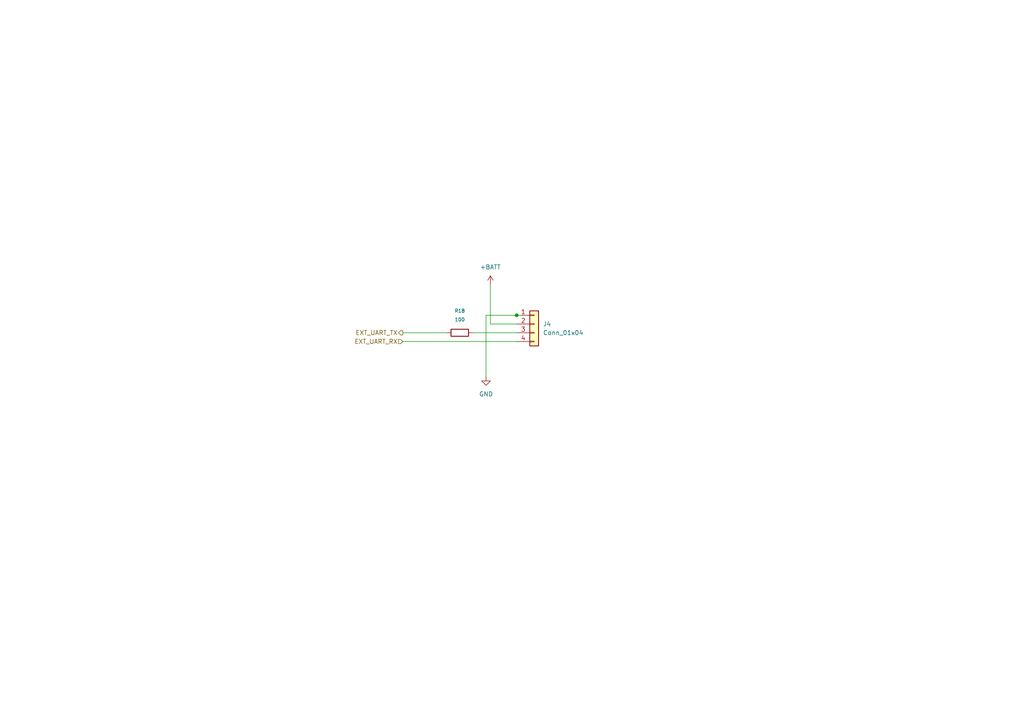
<source format=kicad_sch>
(kicad_sch (version 20230121) (generator eeschema)
  (paper "A4")
  (lib_symbols
    (symbol "Connector_Generic:Conn_01x04" (pin_names (offset 1.016) hide)
      (property "Reference" "J" (at 0 5.08 0))
      (property "Value" "Conn_01x04" (at 0 -7.62 0))
      (symbol "Conn_01x04_1_1"
        (rectangle (start -1.27 -4.953) (end 0 -5.207) (stroke (width 0.1524)))
        (rectangle (start -1.27 -2.413) (end 0 -2.667) (stroke (width 0.1524)))
        (rectangle (start -1.27 0.127) (end 0 -0.127) (stroke (width 0.1524)))
        (rectangle (start -1.27 2.667) (end 0 2.413) (stroke (width 0.1524)))
        (rectangle (start -1.27 3.81) (end 1.27 -6.35) (stroke (width 0.254)) (fill (type background)))
        (pin passive line (at -5.08 2.54 0) (length 3.81) (name "Pin_1") (number "1"))
        (pin passive line (at -5.08 0 0) (length 3.81) (name "Pin_2") (number "2"))
        (pin passive line (at -5.08 -2.54 0) (length 3.81) (name "Pin_3") (number "3"))
        (pin passive line (at -5.08 -5.08 0) (length 3.81) (name "Pin_4") (number "4"))
      )
    )
    (symbol "Device:R" (pin_numbers hide) (pin_names (offset 0))
      (property "Reference" "R" (at 2.032 0 90))
      (property "Value" "R" (at 0 0 90))
      (symbol "R_0_1"
        (rectangle (start -1.016 -2.54) (end 1.016 2.54) (stroke (width 0.254)))
      )
      (symbol "R_1_1"
        (pin passive line (at 0 3.81 270) (length 1.27) (name "~") (number "1"))
        (pin passive line (at 0 -3.81 90) (length 1.27) (name "~") (number "2"))
      )
    )
    (symbol "power:+BATT" (power) (pin_names (offset 0))
      (property "Value" "+BATT" (at 0 3.556 0))
      (symbol "+BATT_0_1"
        (polyline (pts (xy -0.762 1.27) (xy 0 2.54)))
        (polyline (pts (xy 0 0) (xy 0 2.54)))
        (polyline (pts (xy 0 2.54) (xy 0.762 1.27)))
      )
      (symbol "+BATT_1_1"
        (pin power_in line (at 0 0 90) (length 0) hide (name "+BATT") (number "1"))
      )
    )
    (symbol "power:GND" (power) (pin_names (offset 0))
      (property "Value" "GND" (at 0 -3.81 0))
      (symbol "GND_0_1"
        (polyline (pts (xy 0 0) (xy 0 -1.27) (xy 1.27 -1.27) (xy 0 -2.54) (xy -1.27 -1.27) (xy 0 -1.27)))
      )
      (symbol "GND_1_1"
        (pin power_in line (at 0 0 270) (length 0) hide (name "GND") (number "1"))
      )
    )
  )
  (junction (at 149.86 91.44))
  (wire (pts (xy 151.13 91.44) (xy 149.86 91.44)))
  (wire (pts (xy 149.86 93.98) (xy 142.24 93.98)))
  (wire (pts (xy 140.97 91.44) (xy 140.97 109.22)))
  (wire (pts (xy 149.86 91.44) (xy 140.97 91.44)))
  (wire (pts (xy 116.84 99.06) (xy 149.86 99.06)))
  (wire (pts (xy 137.16 96.52) (xy 149.86 96.52)))
  (wire (pts (xy 142.24 93.98) (xy 142.24 82.55)))
  (wire (pts (xy 116.84 96.52) (xy 129.54 96.52)))
  (hierarchical_label "EXT_UART_TX" (shape output) (at 116.84 96.52 180))
  (hierarchical_label "EXT_UART_RX" (shape input) (at 116.84 99.06 180))
  (symbol (lib_id "Connector_Generic:Conn_01x04") (at 154.94 93.98 0) (unit 1)
    (property "Reference" "J4" (at 157.48 93.98 0) (effects (justify left)))
    (property "Value" "Conn_01x04" (at 157.48 96.52 0) (effects (justify left)))
    (property "Footprint" "Connector_PinHeader_2.54mm:PinHeader_1x04_P2.54mm_Vertical" (effects hide))
  )
  (symbol (lib_id "Device:R") (at 133.35 96.52 90) (unit 1)
    (property "Reference" "R18" (at 133.35 90.17 90) (effects (font (size 1 1))))
    (property "Value" "100" (at 133.35 92.71 90) (effects (font (size 1 1))))
    (property "Footprint" "Resistor_SMD:R_0603_1608Metric" (effects hide))
  )
  (symbol (lib_id "power:+BATT") (at 142.24 82.55 0) (unit 1)
    (property "Reference" "#PWR026" (effects hide))
    (property "Value" "+BATT" (at 142.24 77.47 0))
  )
  (symbol (lib_id "power:GND") (at 140.97 109.22 0) (unit 1)
    (property "Reference" "#PWR027" (effects hide))
    (property "Value" "GND" (at 140.97 114.3 0))
  )
)
</source>
